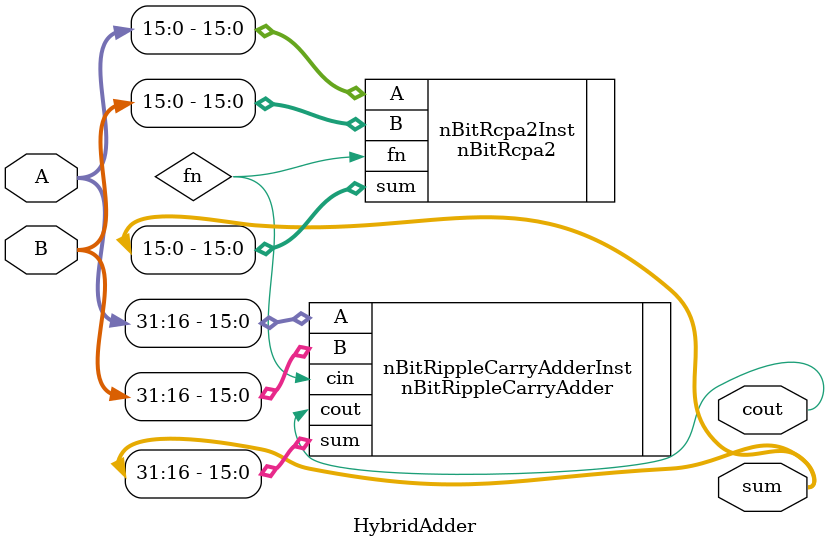
<source format=v>
module HybridAdder #(parameter N1 = 16, N2 = 16)(
    input [N1+N2-1:0] A,
    input [N1+N2-1:0] B,
    output [N1+N2-1:0] sum,
    output cout
);
wire fn;
nBitRcpa2 #(.N(N2)) nBitRcpa2Inst(
    .A(A[N2-1:0]),
    .B(B[N2-1:0]),
    .sum(sum[N2-1:0]),
	.fn(fn)
);
nBitRippleCarryAdder #(.N(N1)) nBitRippleCarryAdderInst(
    .A(A[N1+N2-1:N2]),
    .B(B[N1+N2-1:N2]),
    .cin(fn),
    .sum(sum[N1+N2-1:N2]),
    .cout(cout)
); 
endmodule
</source>
